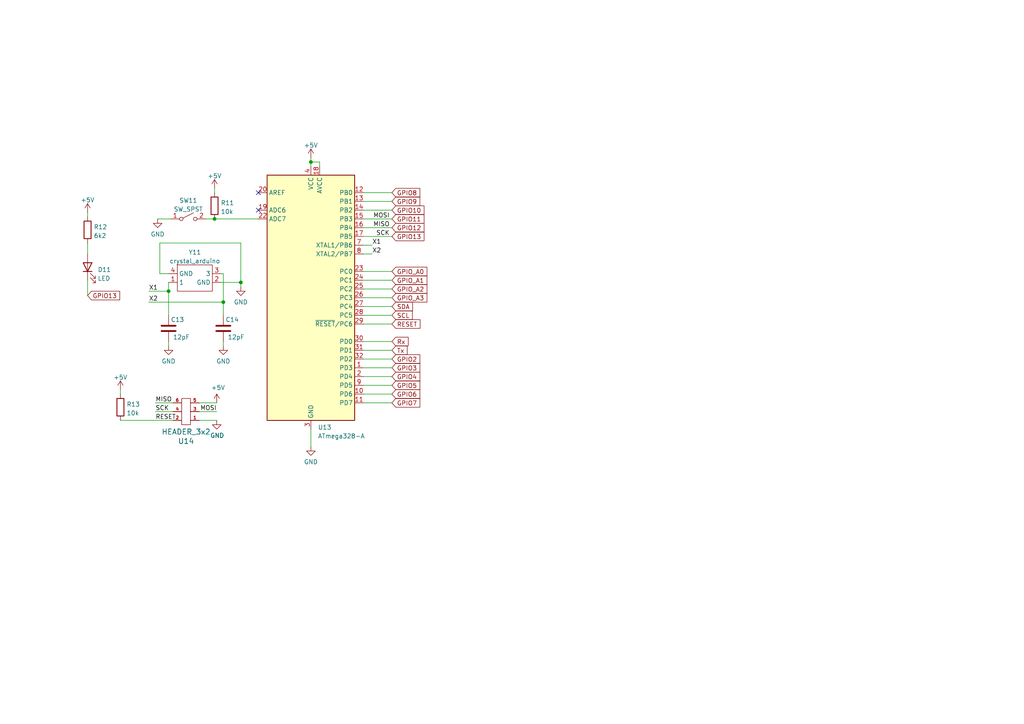
<source format=kicad_sch>
(kicad_sch (version 20211123) (generator eeschema)
  (paper "A4")
  (lib_symbols
    (symbol "Device:C" (pin_numbers hide) (pin_names (offset 0.254))
      (property "Reference" "C" (at 0.635 2.54 0))
      (property "Value" "C" (at 0.635 -2.54 0))
      (symbol "C_0_1"
        (polyline (pts (xy -2.032 -0.762) (xy 2.032 -0.762)) (stroke (width 0.508)))
        (polyline (pts (xy -2.032 0.762) (xy 2.032 0.762)) (stroke (width 0.508)))
      )
      (symbol "C_1_1"
        (pin passive line (at 0 3.81 270) (length 2.794) (name "~") (number "1"))
        (pin passive line (at 0 -3.81 90) (length 2.794) (name "~") (number "2"))
      )
    )
    (symbol "Device:LED" (pin_numbers hide) (pin_names (offset 1.016) hide)
      (property "Reference" "D" (at 0 2.54 0))
      (property "Value" "LED" (at 0 -2.54 0))
      (symbol "LED_0_1"
        (polyline (pts (xy -1.27 -1.27) (xy -1.27 1.27)) (stroke (width 0.254)))
        (polyline (pts (xy -1.27 0) (xy 1.27 0)))
        (polyline (pts (xy 1.27 -1.27) (xy 1.27 1.27) (xy -1.27 0) (xy 1.27 -1.27)) (stroke (width 0.254)))
        (polyline (pts (xy -3.048 -0.762) (xy -4.572 -2.286) (xy -3.81 -2.286) (xy -4.572 -2.286) (xy -4.572 -1.524)))
        (polyline (pts (xy -1.778 -0.762) (xy -3.302 -2.286) (xy -2.54 -2.286) (xy -3.302 -2.286) (xy -3.302 -1.524)))
      )
      (symbol "LED_1_1"
        (pin passive line (at -3.81 0 0) (length 2.54) (name "K") (number "1"))
        (pin passive line (at 3.81 0 180) (length 2.54) (name "A") (number "2"))
      )
    )
    (symbol "Device:R" (pin_numbers hide) (pin_names (offset 0))
      (property "Reference" "R" (at 2.032 0 90))
      (property "Value" "R" (at 0 0 90))
      (symbol "R_0_1"
        (rectangle (start -1.016 -2.54) (end 1.016 2.54) (stroke (width 0.254)))
      )
      (symbol "R_1_1"
        (pin passive line (at 0 3.81 270) (length 1.27) (name "~") (number "1"))
        (pin passive line (at 0 -3.81 90) (length 1.27) (name "~") (number "2"))
      )
    )
    (symbol "MCU_Microchip_ATmega:ATmega328-A"
      (property "Reference" "U" (at -12.7 36.83 0))
      (property "Value" "ATmega328-A" (at 2.54 -36.83 0))
      (symbol "ATmega328-A_0_1"
        (rectangle (start -12.7 -35.56) (end 12.7 35.56) (stroke (width 0.254)) (fill (type background)))
      )
      (symbol "ATmega328-A_1_1"
        (pin bidirectional line (at 15.24 -20.32 180) (length 2.54) (name "PD3") (number "1"))
        (pin bidirectional line (at 15.24 -27.94 180) (length 2.54) (name "PD6") (number "10"))
        (pin bidirectional line (at 15.24 -30.48 180) (length 2.54) (name "PD7") (number "11"))
        (pin bidirectional line (at 15.24 30.48 180) (length 2.54) (name "PB0") (number "12"))
        (pin bidirectional line (at 15.24 27.94 180) (length 2.54) (name "PB1") (number "13"))
        (pin bidirectional line (at 15.24 25.4 180) (length 2.54) (name "PB2") (number "14"))
        (pin bidirectional line (at 15.24 22.86 180) (length 2.54) (name "PB3") (number "15"))
        (pin bidirectional line (at 15.24 20.32 180) (length 2.54) (name "PB4") (number "16"))
        (pin bidirectional line (at 15.24 17.78 180) (length 2.54) (name "PB5") (number "17"))
        (pin power_in line (at 2.54 38.1 270) (length 2.54) (name "AVCC") (number "18"))
        (pin input line (at -15.24 25.4 0) (length 2.54) (name "ADC6") (number "19"))
        (pin bidirectional line (at 15.24 -22.86 180) (length 2.54) (name "PD4") (number "2"))
        (pin passive line (at -15.24 30.48 0) (length 2.54) (name "AREF") (number "20"))
        (pin passive line (at 0 -38.1 90) (length 2.54) hide (name "GND") (number "21"))
        (pin input line (at -15.24 22.86 0) (length 2.54) (name "ADC7") (number "22"))
        (pin bidirectional line (at 15.24 7.62 180) (length 2.54) (name "PC0") (number "23"))
        (pin bidirectional line (at 15.24 5.08 180) (length 2.54) (name "PC1") (number "24"))
        (pin bidirectional line (at 15.24 2.54 180) (length 2.54) (name "PC2") (number "25"))
        (pin bidirectional line (at 15.24 0 180) (length 2.54) (name "PC3") (number "26"))
        (pin bidirectional line (at 15.24 -2.54 180) (length 2.54) (name "PC4") (number "27"))
        (pin bidirectional line (at 15.24 -5.08 180) (length 2.54) (name "PC5") (number "28"))
        (pin bidirectional line (at 15.24 -7.62 180) (length 2.54) (name "~{RESET}/PC6") (number "29"))
        (pin power_in line (at 0 -38.1 90) (length 2.54) (name "GND") (number "3"))
        (pin bidirectional line (at 15.24 -12.7 180) (length 2.54) (name "PD0") (number "30"))
        (pin bidirectional line (at 15.24 -15.24 180) (length 2.54) (name "PD1") (number "31"))
        (pin bidirectional line (at 15.24 -17.78 180) (length 2.54) (name "PD2") (number "32"))
        (pin power_in line (at 0 38.1 270) (length 2.54) (name "VCC") (number "4"))
        (pin passive line (at 0 -38.1 90) (length 2.54) hide (name "GND") (number "5"))
        (pin passive line (at 0 38.1 270) (length 2.54) hide (name "VCC") (number "6"))
        (pin bidirectional line (at 15.24 15.24 180) (length 2.54) (name "XTAL1/PB6") (number "7"))
        (pin bidirectional line (at 15.24 12.7 180) (length 2.54) (name "XTAL2/PB7") (number "8"))
        (pin bidirectional line (at 15.24 -25.4 180) (length 2.54) (name "PD5") (number "9"))
      )
    )
    (symbol "Switch:SW_SPST" (pin_names (offset 0) hide)
      (property "Reference" "SW" (at 0 3.175 0))
      (property "Value" "SW_SPST" (at 0 -2.54 0))
      (symbol "SW_SPST_0_0"
        (circle (center -2.032 0) (radius 0.508))
        (polyline (pts (xy -1.524 0.254) (xy 1.524 1.778)))
        (circle (center 2.032 0) (radius 0.508))
      )
      (symbol "SW_SPST_1_1"
        (pin passive line (at -5.08 0 0) (length 2.54) (name "A") (number "1"))
        (pin passive line (at 5.08 0 180) (length 2.54) (name "B") (number "2"))
      )
    )
    (symbol "custom_bas:crystal_arduino"
      (property "Reference" "Y" (at -2.54 0 0))
      (property "Value" "crystal_arduino" (at -1.27 2.54 0))
      (symbol "crystal_arduino_0_1"
        (rectangle (start -7.62 11.43) (end 2.54 3.81) (stroke (width 0.1524)))
      )
      (symbol "crystal_arduino_1_1"
        (pin passive line (at -10.16 6.35 0) (length 2.54) (name "1") (number "1"))
        (pin power_in line (at 5.08 6.35 180) (length 2.54) (name "GND") (number "2"))
        (pin passive line (at 5.08 8.89 180) (length 2.54) (name "3") (number "3"))
        (pin power_in line (at -10.16 8.89 0) (length 2.54) (name "GND") (number "4"))
      )
    )
    (symbol "power:+5V" (power) (pin_names (offset 0))
      (property "Value" "+5V" (at 0 3.556 0))
      (symbol "+5V_0_1"
        (polyline (pts (xy -0.762 1.27) (xy 0 2.54)))
        (polyline (pts (xy 0 0) (xy 0 2.54)))
        (polyline (pts (xy 0 2.54) (xy 0.762 1.27)))
      )
      (symbol "+5V_1_1"
        (pin power_in line (at 0 0 90) (length 0) hide (name "+5V") (number "1"))
      )
    )
    (symbol "power:GND" (power) (pin_names (offset 0))
      (property "Value" "GND" (at 0 -3.81 0))
      (symbol "GND_0_1"
        (polyline (pts (xy 0 0) (xy 0 -1.27) (xy 1.27 -1.27) (xy 0 -2.54) (xy -1.27 -1.27) (xy 0 -1.27)))
      )
      (symbol "GND_1_1"
        (pin power_in line (at 0 0 270) (length 0) hide (name "GND") (number "1"))
      )
    )
    (symbol "servoDriverSMD-rescue:HEADER_3x2-w_connectors" (pin_names (offset 0))
      (property "Reference" "J" (at 0 5.08 0))
      (property "Value" "HEADER_3x2-w_connectors" (at 0 -5.08 0))
      (symbol "HEADER_3x2-w_connectors_0_1"
        (rectangle (start 1.27 3.81) (end -1.27 -3.81))
      )
      (symbol "HEADER_3x2-w_connectors_1_1"
        (pin passive line (at -3.81 2.54 0) (length 2.54) (name "~") (number "1"))
        (pin passive line (at 3.81 2.54 180) (length 2.54) (name "~") (number "2"))
        (pin passive line (at -3.81 0 0) (length 2.54) (name "~") (number "3"))
        (pin passive line (at 3.81 0 180) (length 2.54) (name "~") (number "4"))
        (pin passive line (at -3.81 -2.54 0) (length 2.54) (name "~") (number "5"))
        (pin passive line (at 3.81 -2.54 180) (length 2.54) (name "~") (number "6"))
      )
    )
  )
  (junction (at 69.85 81.915))
  (junction (at 90.17 46.99))
  (junction (at 48.895 84.455))
  (junction (at 64.77 87.63))
  (junction (at 62.23 63.5))
  (no_connect (at 74.93 60.96))
  (no_connect (at 74.93 55.88))
  (wire (pts (xy 105.41 83.82) (xy 113.665 83.82)))
  (wire (pts (xy 48.895 84.455) (xy 48.895 91.44)))
  (wire (pts (xy 69.85 70.485) (xy 69.85 81.915)))
  (wire (pts (xy 105.41 66.04) (xy 113.665 66.04)))
  (wire (pts (xy 90.17 124.46) (xy 90.17 129.54)))
  (wire (pts (xy 105.41 93.98) (xy 113.665 93.98)))
  (wire (pts (xy 105.41 109.22) (xy 113.665 109.22)))
  (wire (pts (xy 105.41 91.44) (xy 113.665 91.44)))
  (wire (pts (xy 69.85 81.915) (xy 64.135 81.915)))
  (wire (pts (xy 48.895 81.915) (xy 48.895 84.455)))
  (wire (pts (xy 64.77 99.06) (xy 64.77 100.33)))
  (wire (pts (xy 43.18 87.63) (xy 64.77 87.63)))
  (wire (pts (xy 105.41 58.42) (xy 113.665 58.42)))
  (wire (pts (xy 64.77 87.63) (xy 64.77 91.44)))
  (wire (pts (xy 46.355 79.375) (xy 46.355 70.485)))
  (wire (pts (xy 105.41 99.06) (xy 113.665 99.06)))
  (wire (pts (xy 69.85 81.915) (xy 69.85 83.185)))
  (wire (pts (xy 105.41 114.3) (xy 113.665 114.3)))
  (wire (pts (xy 105.41 116.84) (xy 113.665 116.84)))
  (wire (pts (xy 105.41 60.96) (xy 113.665 60.96)))
  (wire (pts (xy 57.785 121.92) (xy 62.865 121.92)))
  (wire (pts (xy 64.77 79.375) (xy 64.135 79.375)))
  (wire (pts (xy 105.41 88.9) (xy 113.665 88.9)))
  (wire (pts (xy 48.895 99.06) (xy 48.895 100.33)))
  (wire (pts (xy 92.71 46.99) (xy 90.17 46.99)))
  (wire (pts (xy 105.41 81.28) (xy 113.665 81.28)))
  (wire (pts (xy 25.4 61.595) (xy 25.4 62.865)))
  (wire (pts (xy 62.23 54.61) (xy 62.23 55.88)))
  (wire (pts (xy 45.72 63.5) (xy 49.53 63.5)))
  (wire (pts (xy 105.41 73.66) (xy 107.95 73.66)))
  (wire (pts (xy 105.41 71.12) (xy 107.95 71.12)))
  (wire (pts (xy 90.17 45.72) (xy 90.17 46.99)))
  (wire (pts (xy 46.355 70.485) (xy 69.85 70.485)))
  (wire (pts (xy 57.785 119.38) (xy 62.865 119.38)))
  (wire (pts (xy 34.925 121.92) (xy 50.165 121.92)))
  (wire (pts (xy 90.17 46.99) (xy 90.17 48.26)))
  (wire (pts (xy 105.41 55.88) (xy 113.665 55.88)))
  (wire (pts (xy 92.71 48.26) (xy 92.71 46.99)))
  (wire (pts (xy 57.785 116.84) (xy 62.865 116.84)))
  (wire (pts (xy 105.41 101.6) (xy 113.665 101.6)))
  (wire (pts (xy 105.41 104.14) (xy 113.665 104.14)))
  (wire (pts (xy 34.925 113.03) (xy 34.925 114.3)))
  (wire (pts (xy 62.23 63.5) (xy 74.93 63.5)))
  (wire (pts (xy 105.41 63.5) (xy 113.665 63.5)))
  (wire (pts (xy 105.41 86.36) (xy 113.665 86.36)))
  (wire (pts (xy 105.41 68.58) (xy 113.665 68.58)))
  (wire (pts (xy 59.69 63.5) (xy 62.23 63.5)))
  (wire (pts (xy 105.41 106.68) (xy 113.665 106.68)))
  (wire (pts (xy 105.41 111.76) (xy 113.665 111.76)))
  (wire (pts (xy 25.4 81.28) (xy 25.4 85.725)))
  (wire (pts (xy 25.4 70.485) (xy 25.4 73.66)))
  (wire (pts (xy 50.165 119.38) (xy 45.085 119.38)))
  (wire (pts (xy 46.355 79.375) (xy 48.895 79.375)))
  (wire (pts (xy 64.77 79.375) (xy 64.77 87.63)))
  (wire (pts (xy 43.18 84.455) (xy 48.895 84.455)))
  (wire (pts (xy 45.085 116.84) (xy 50.165 116.84)))
  (wire (pts (xy 105.41 78.74) (xy 113.665 78.74)))
  (label "X2" (at 107.95 73.66 0))
  (label "X2" (at 43.18 87.63 0))
  (label "MOSI" (at 62.865 119.38 180))
  (label "X1" (at 107.95 71.12 0))
  (label "SCK" (at 45.085 119.38 0))
  (label "X1" (at 43.18 84.455 0))
  (label "SCK" (at 113.03 68.58 180))
  (label "MISO" (at 113.03 66.04 180))
  (label "MOSI" (at 113.03 63.5 180))
  (label "MISO" (at 45.085 116.84 0))
  (label "RESET" (at 45.085 121.92 0))
  (global_label "Rx" (shape input) (at 113.665 99.06 0) (property "Intersheet References" "${INTERSHEET_REFS}" (effects hide)))
  (global_label "GPIO_A1" (shape input) (at 113.665 81.28 0) (property "Intersheet References" "${INTERSHEET_REFS}" (effects hide)))
  (global_label "GPIO4" (shape input) (at 113.665 109.22 0) (property "Intersheet References" "${INTERSHEET_REFS}" (effects hide)))
  (global_label "GPIO9" (shape input) (at 113.665 58.42 0) (property "Intersheet References" "${INTERSHEET_REFS}" (effects hide)))
  (global_label "GPIO_A0" (shape input) (at 113.665 78.74 0) (property "Intersheet References" "${INTERSHEET_REFS}" (effects hide)))
  (global_label "GPIO12" (shape input) (at 113.665 66.04 0) (property "Intersheet References" "${INTERSHEET_REFS}" (effects hide)))
  (global_label "GPIO2" (shape input) (at 113.665 104.14 0) (property "Intersheet References" "${INTERSHEET_REFS}" (effects hide)))
  (global_label "GPIO13" (shape input) (at 25.4 85.725 0) (property "Intersheet References" "${INTERSHEET_REFS}" (effects hide)))
  (global_label "SCL" (shape input) (at 113.665 91.44 0) (property "Intersheet References" "${INTERSHEET_REFS}" (effects hide)))
  (global_label "GPIO7" (shape input) (at 113.665 116.84 0) (property "Intersheet References" "${INTERSHEET_REFS}" (effects hide)))
  (global_label "GPIO11" (shape input) (at 113.665 63.5 0) (property "Intersheet References" "${INTERSHEET_REFS}" (effects hide)))
  (global_label "GPIO8" (shape input) (at 113.665 55.88 0) (property "Intersheet References" "${INTERSHEET_REFS}" (effects hide)))
  (global_label "RESET" (shape input) (at 113.665 93.98 0) (property "Intersheet References" "${INTERSHEET_REFS}" (effects hide)))
  (global_label "GPIO_A2" (shape input) (at 113.665 83.82 0) (property "Intersheet References" "${INTERSHEET_REFS}" (effects hide)))
  (global_label "GPIO5" (shape input) (at 113.665 111.76 0) (property "Intersheet References" "${INTERSHEET_REFS}" (effects hide)))
  (global_label "SDA" (shape input) (at 113.665 88.9 0) (property "Intersheet References" "${INTERSHEET_REFS}" (effects hide)))
  (global_label "Tx" (shape input) (at 113.665 101.6 0) (property "Intersheet References" "${INTERSHEET_REFS}" (effects hide)))
  (global_label "GPIO6" (shape input) (at 113.665 114.3 0) (property "Intersheet References" "${INTERSHEET_REFS}" (effects hide)))
  (global_label "GPIO3" (shape input) (at 113.665 106.68 0) (property "Intersheet References" "${INTERSHEET_REFS}" (effects hide)))
  (global_label "GPIO10" (shape input) (at 113.665 60.96 0) (property "Intersheet References" "${INTERSHEET_REFS}" (effects hide)))
  (global_label "GPIO_A3" (shape input) (at 113.665 86.36 0) (property "Intersheet References" "${INTERSHEET_REFS}" (effects hide)))
  (global_label "GPIO13" (shape input) (at 113.665 68.58 0) (property "Intersheet References" "${INTERSHEET_REFS}" (effects hide)))
  (symbol (lib_id "power:GND") (at 64.77 100.33 0) (unit 1)
    (property "Reference" "#PWR021" (effects hide))
    (property "Value" "GND" (at 64.77 104.7734 0))
  )
  (symbol (lib_id "power:GND") (at 45.72 63.5 0) (unit 1)
    (property "Reference" "#PWR018" (effects hide))
    (property "Value" "GND" (at 45.72 67.9434 0))
  )
  (symbol (lib_id "Device:LED") (at 25.4 77.47 90) (unit 1)
    (property "Reference" "D11" (at 28.321 78.2228 90) (effects (justify right)))
    (property "Value" "LED" (at 28.321 80.7597 90) (effects (justify right)))
    (property "Footprint" "LED_SMD:LED_0805_2012Metric_Pad1.15x1.40mm_HandSolder" (effects hide))
  )
  (symbol (lib_id "power:+5V") (at 62.865 116.84 0) (unit 1)
    (property "Reference" "#PWR023" (effects hide))
    (property "Value" "+5V" (at 63.246 112.4458 0))
  )
  (symbol (lib_id "power:+5V") (at 25.4 61.595 0) (unit 1)
    (property "Reference" "#PWR017" (effects hide))
    (property "Value" "+5V" (at 25.4 58.0192 0))
  )
  (symbol (lib_id "Device:C") (at 64.77 95.25 180) (unit 1)
    (property "Reference" "C14" (at 65.405 92.71 0) (effects (justify right)))
    (property "Value" "12pF" (at 66.04 97.79 0) (effects (justify right)))
    (property "Footprint" "Capacitor_SMD:C_0402_1005Metric_Pad0.74x0.62mm_HandSolder" (effects hide))
    (property "JLCPCB Part#" "C1547" (effects hide))
  )
  (symbol (lib_id "MCU_Microchip_ATmega:ATmega328-A") (at 90.17 86.36 0) (unit 1)
    (property "Reference" "U13" (at 92.1894 123.9504 0) (effects (justify left)))
    (property "Value" "ATmega328-A" (at 92.1894 126.4873 0) (effects (justify left)))
    (property "Footprint" "Package_QFP:TQFP-32_7x7mm_P0.8mm" (effects hide))
    (property "Datasheet" "http://ww1.microchip.com/downloads/en/DeviceDoc/ATmega328_P%20AVR%20MCU%20with%20picoPower%20Technology%20Data%20Sheet%2040001984A.pdf" (effects hide))
    (property "JLCPCB Part#" "C14877" (effects hide))
  )
  (symbol (lib_id "power:GND") (at 90.17 129.54 0) (unit 1)
    (property "Reference" "#PWR025" (effects hide))
    (property "Value" "GND" (at 90.17 133.9834 0))
  )
  (symbol (lib_id "Switch:SW_SPST") (at 54.61 63.5 0) (unit 1)
    (property "Reference" "SW11" (at 54.61 58.1492 0))
    (property "Value" "SW_SPST" (at 54.61 60.6861 0))
    (property "Footprint" "Button_Switch_SMD:SW_SPST_SKQG_WithStem" (effects hide))
    (property "JLCPCB Part#" "C318884" (effects hide))
  )
  (symbol (lib_id "power:GND") (at 69.85 83.185 0) (unit 1)
    (property "Reference" "#PWR019" (effects hide))
    (property "Value" "GND" (at 69.85 87.6284 0))
  )
  (symbol (lib_id "custom_bas:crystal_arduino") (at 59.055 88.265 0) (unit 1)
    (property "Reference" "Y11" (at 56.515 73.186 0))
    (property "Value" "crystal_arduino" (at 56.515 75.7229 0))
    (property "Footprint" "custom_kicad_lib_sk:crystal_arduino" (effects hide))
    (property "JLCPCB Part#" "C13738" (effects hide))
  )
  (symbol (lib_id "power:+5V") (at 34.925 113.03 0) (unit 1)
    (property "Reference" "#PWR022" (effects hide))
    (property "Value" "+5V" (at 34.925 109.4542 0))
  )
  (symbol (lib_id "Device:R") (at 25.4 66.675 0) (unit 1)
    (property "Reference" "R12" (at 27.178 65.8403 0) (effects (justify left)))
    (property "Value" "6k2" (at 27.178 68.3772 0) (effects (justify left)))
    (property "Footprint" "Resistor_SMD:R_0603_1608Metric_Pad0.98x0.95mm_HandSolder" (effects hide))
    (property "JLCPCB Part#" "C4260" (effects hide))
  )
  (symbol (lib_id "Device:C") (at 48.895 95.25 180) (unit 1)
    (property "Reference" "C13" (at 49.53 92.71 0) (effects (justify right)))
    (property "Value" "12pF" (at 50.165 97.79 0) (effects (justify right)))
    (property "Footprint" "Capacitor_SMD:C_0402_1005Metric_Pad0.74x0.62mm_HandSolder" (effects hide))
    (property "JLCPCB Part#" "C1547" (effects hide))
  )
  (symbol (lib_id "Device:R") (at 62.23 59.69 0) (unit 1)
    (property "Reference" "R11" (at 64.008 58.8553 0) (effects (justify left)))
    (property "Value" "10k" (at 64.008 61.3922 0) (effects (justify left)))
    (property "Footprint" "Resistor_SMD:R_0402_1005Metric_Pad0.72x0.64mm_HandSolder" (effects hide))
    (property "JLCPCB Part#" "C25744" (effects hide))
  )
  (symbol (lib_id "power:+5V") (at 90.17 45.72 0) (unit 1)
    (property "Reference" "#PWR015" (effects hide))
    (property "Value" "+5V" (at 90.17 42.1442 0))
  )
  (symbol (lib_id "power:GND") (at 48.895 100.33 0) (unit 1)
    (property "Reference" "#PWR020" (effects hide))
    (property "Value" "GND" (at 48.895 104.7734 0))
  )
  (symbol (lib_id "servoDriverSMD-rescue:HEADER_3x2-w_connectors") (at 53.975 119.38 180) (unit 1)
    (property "Reference" "U14" (at 53.975 127.9398 0) (effects (font (size 1.524 1.524))))
    (property "Value" "HEADER_3x2" (at 53.975 125.2474 0) (effects (font (size 1.524 1.524))))
    (property "Footprint" "Connector_PinSocket_1.27mm:PinSocket_2x03_P1.27mm_Vertical" (effects hide))
  )
  (symbol (lib_id "power:+5V") (at 62.23 54.61 0) (unit 1)
    (property "Reference" "#PWR016" (effects hide))
    (property "Value" "+5V" (at 62.23 51.0342 0))
  )
  (symbol (lib_id "power:GND") (at 62.865 121.92 0) (unit 1)
    (property "Reference" "#PWR024" (effects hide))
    (property "Value" "GND" (at 62.992 126.3142 0))
  )
  (symbol (lib_id "Device:R") (at 34.925 118.11 0) (unit 1)
    (property "Reference" "R13" (at 36.703 117.2753 0) (effects (justify left)))
    (property "Value" "10k" (at 36.703 119.8122 0) (effects (justify left)))
    (property "Footprint" "Resistor_SMD:R_0402_1005Metric_Pad0.72x0.64mm_HandSolder" (effects hide))
    (property "JLCPCB Part#" "C25744" (effects hide))
  )
)
</source>
